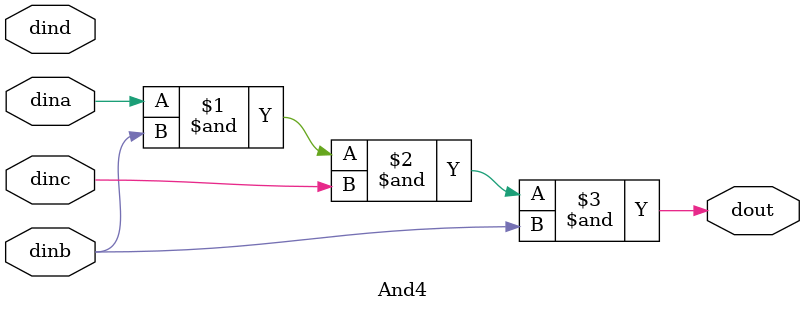
<source format=v>
`timescale 1ns / 1ps


module And4(
input dina,dinb,dinc,dind,
output dout
);

assign dout = dina & dinb & dinc & dinb;
endmodule


</source>
